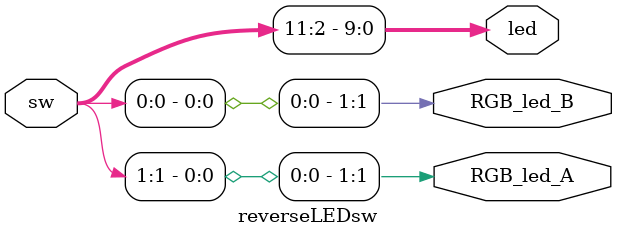
<source format=v>
`timescale 1ns / 1ps


module reverseLEDsw(
   input [11:0] sw,
    // green LED outputs
   output [0:2] RGB_led_A,
   output [0:2] RGB_led_B,
   output [0:9] led
   );

assign sw[0] = RGB_led_B[1];
assign sw[1] = RGB_led_A[1];
assign sw[11:2] = led;

    
endmodule

</source>
